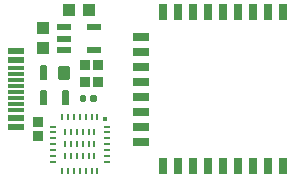
<source format=gbr>
G04 EAGLE Gerber RS-274X export*
G75*
%MOMM*%
%FSLAX34Y34*%
%LPD*%
%INSolderpaste Top*%
%IPPOS*%
%AMOC8*
5,1,8,0,0,1.08239X$1,22.5*%
G01*
%ADD10R,0.260000X0.560000*%
%ADD11R,0.560000X0.260000*%
%ADD12R,0.400000X0.400000*%
%ADD13R,1.450000X0.600000*%
%ADD14R,1.450000X0.300000*%
%ADD15R,1.200000X0.550000*%
%ADD16R,1.000000X1.100000*%
%ADD17R,1.100000X1.000000*%
%ADD18R,0.900000X0.850000*%
%ADD19R,0.711200X1.422400*%
%ADD20R,1.422400X0.711200*%
%ADD21C,0.247500*%
%ADD22C,0.147500*%
%ADD23R,0.850000X0.900000*%
%ADD24C,0.270000*%


D10*
X142096Y50504D03*
X137096Y50504D03*
X132096Y50504D03*
X127096Y50504D03*
X122096Y50504D03*
X117096Y50504D03*
X112096Y50504D03*
D11*
X104096Y42504D03*
X104096Y37504D03*
X104096Y32504D03*
X104096Y27504D03*
X104096Y22504D03*
X104096Y17504D03*
X104096Y12504D03*
D10*
X112096Y4504D03*
X117096Y4504D03*
X122096Y4504D03*
X127096Y4504D03*
X132096Y4504D03*
X137096Y4504D03*
X142096Y4504D03*
D11*
X150096Y12504D03*
X150096Y17504D03*
X150096Y22504D03*
X150096Y27504D03*
X150096Y32504D03*
X150096Y37504D03*
X150096Y42504D03*
D10*
X139596Y37504D03*
X139596Y27504D03*
X139596Y17504D03*
X134596Y37504D03*
X134596Y27504D03*
X134596Y17504D03*
X129596Y37504D03*
X129596Y27504D03*
X129596Y17504D03*
X124596Y37504D03*
X124596Y27504D03*
X124596Y17504D03*
X119596Y37504D03*
X119596Y27504D03*
X119596Y17504D03*
X114596Y37504D03*
X114596Y27504D03*
X114596Y17504D03*
D12*
X148096Y48504D03*
D13*
X72800Y106800D03*
X72800Y98800D03*
D14*
X72800Y76800D03*
X72800Y81800D03*
X72800Y86800D03*
X72800Y91800D03*
X72800Y71800D03*
X72800Y66800D03*
X72800Y61800D03*
X72800Y56800D03*
D13*
X72800Y49800D03*
X72800Y41800D03*
D15*
X113468Y126506D03*
X113468Y117006D03*
X113468Y107506D03*
X139470Y107506D03*
X139470Y126506D03*
D16*
X96288Y109188D03*
X96288Y126188D03*
D17*
X118306Y140944D03*
X135306Y140944D03*
D18*
X91969Y46013D03*
X91969Y34413D03*
D19*
X197959Y9191D03*
X210659Y9191D03*
X223359Y9191D03*
X236059Y9191D03*
X248759Y9191D03*
X261459Y9191D03*
X274159Y9191D03*
X286859Y9191D03*
D20*
X179169Y29041D03*
X179169Y41741D03*
X179169Y54441D03*
X179169Y67141D03*
X179169Y79841D03*
X179169Y92541D03*
X179169Y105241D03*
D19*
X197959Y139161D03*
X210659Y139161D03*
X223359Y139161D03*
X236059Y139161D03*
X248759Y139161D03*
X261459Y139161D03*
X274159Y139161D03*
X286859Y139161D03*
D20*
X179169Y117941D03*
D19*
X299559Y139161D03*
X299559Y9191D03*
D21*
X109637Y83337D02*
X109637Y93263D01*
X117063Y93263D01*
X117063Y83337D01*
X109637Y83337D01*
X109637Y85688D02*
X117063Y85688D01*
X117063Y88039D02*
X109637Y88039D01*
X109637Y90390D02*
X117063Y90390D01*
X117063Y92741D02*
X109637Y92741D01*
D22*
X93937Y93763D02*
X93937Y82837D01*
X93937Y93763D02*
X98363Y93763D01*
X98363Y82837D01*
X93937Y82837D01*
X93937Y84238D02*
X98363Y84238D01*
X98363Y85639D02*
X93937Y85639D01*
X93937Y87040D02*
X98363Y87040D01*
X98363Y88441D02*
X93937Y88441D01*
X93937Y89842D02*
X98363Y89842D01*
X98363Y91243D02*
X93937Y91243D01*
X93937Y92644D02*
X98363Y92644D01*
X93937Y72663D02*
X93937Y61737D01*
X93937Y72663D02*
X98363Y72663D01*
X98363Y61737D01*
X93937Y61737D01*
X93937Y63138D02*
X98363Y63138D01*
X98363Y64539D02*
X93937Y64539D01*
X93937Y65940D02*
X98363Y65940D01*
X98363Y67341D02*
X93937Y67341D01*
X93937Y68742D02*
X98363Y68742D01*
X98363Y70143D02*
X93937Y70143D01*
X93937Y71544D02*
X98363Y71544D01*
X113137Y72663D02*
X113137Y61737D01*
X113137Y72663D02*
X117563Y72663D01*
X117563Y61737D01*
X113137Y61737D01*
X113137Y63138D02*
X117563Y63138D01*
X117563Y64539D02*
X113137Y64539D01*
X113137Y65940D02*
X117563Y65940D01*
X117563Y67341D02*
X113137Y67341D01*
X113137Y68742D02*
X117563Y68742D01*
X117563Y70143D02*
X113137Y70143D01*
X113137Y71544D02*
X117563Y71544D01*
D23*
X142800Y80500D03*
X131200Y80500D03*
X142800Y94250D03*
X131200Y94250D03*
D24*
X136970Y68650D02*
X139670Y68650D01*
X139670Y65350D01*
X136970Y65350D01*
X136970Y68650D01*
X136970Y67915D02*
X139670Y67915D01*
X131030Y68650D02*
X128330Y68650D01*
X131030Y68650D02*
X131030Y65350D01*
X128330Y65350D01*
X128330Y68650D01*
X128330Y67915D02*
X131030Y67915D01*
M02*

</source>
